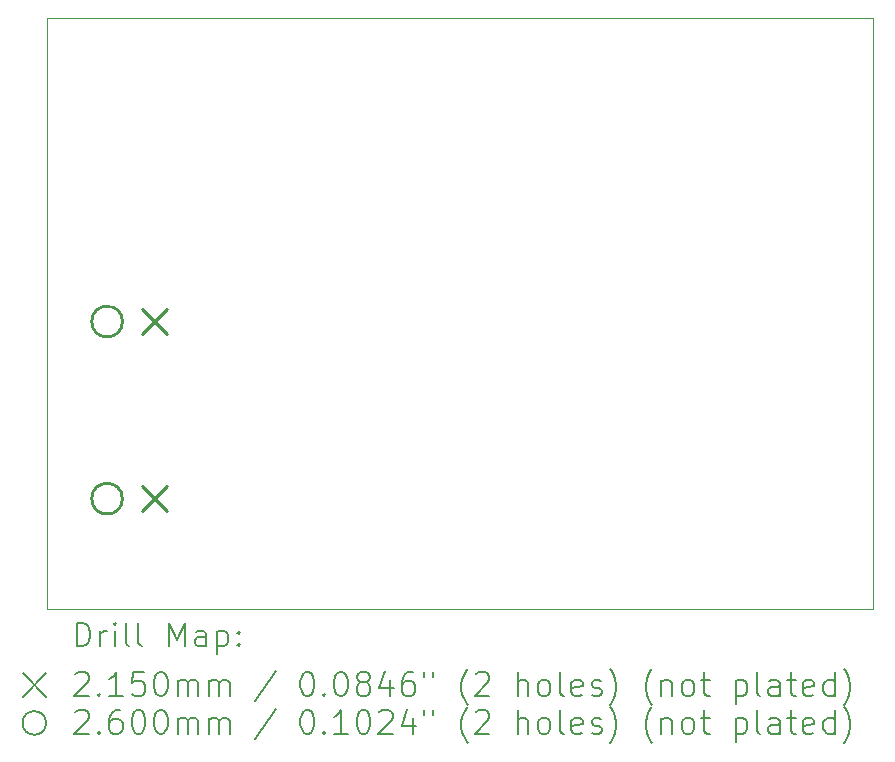
<source format=gbr>
%TF.GenerationSoftware,KiCad,Pcbnew,(6.0.8-1)-1*%
%TF.CreationDate,2022-11-24T03:29:23+08:00*%
%TF.ProjectId,CCTV3_POE_REV100,43435456-335f-4504-9f45-5f5245563130,100*%
%TF.SameCoordinates,Original*%
%TF.FileFunction,Drillmap*%
%TF.FilePolarity,Positive*%
%FSLAX45Y45*%
G04 Gerber Fmt 4.5, Leading zero omitted, Abs format (unit mm)*
G04 Created by KiCad (PCBNEW (6.0.8-1)-1) date 2022-11-24 03:29:23*
%MOMM*%
%LPD*%
G01*
G04 APERTURE LIST*
%ADD10C,0.100000*%
%ADD11C,0.200000*%
%ADD12C,0.215000*%
%ADD13C,0.260000*%
G04 APERTURE END LIST*
D10*
X2000000Y-2000000D02*
X9000000Y-2000000D01*
X9000000Y-2000000D02*
X9000000Y-7000000D01*
X9000000Y-7000000D02*
X2000000Y-7000000D01*
X2000000Y-7000000D02*
X2000000Y-2000000D01*
D11*
D12*
X2803525Y-4458750D02*
X3018525Y-4673750D01*
X3018525Y-4458750D02*
X2803525Y-4673750D01*
X2803525Y-5958750D02*
X3018525Y-6173750D01*
X3018525Y-5958750D02*
X2803525Y-6173750D01*
D13*
X2641025Y-4566250D02*
G75*
G03*
X2641025Y-4566250I-130000J0D01*
G01*
X2641025Y-6066250D02*
G75*
G03*
X2641025Y-6066250I-130000J0D01*
G01*
D11*
X2252619Y-7315476D02*
X2252619Y-7115476D01*
X2300238Y-7115476D01*
X2328810Y-7125000D01*
X2347857Y-7144048D01*
X2357381Y-7163095D01*
X2366905Y-7201190D01*
X2366905Y-7229762D01*
X2357381Y-7267857D01*
X2347857Y-7286905D01*
X2328810Y-7305952D01*
X2300238Y-7315476D01*
X2252619Y-7315476D01*
X2452619Y-7315476D02*
X2452619Y-7182143D01*
X2452619Y-7220238D02*
X2462143Y-7201190D01*
X2471667Y-7191667D01*
X2490714Y-7182143D01*
X2509762Y-7182143D01*
X2576429Y-7315476D02*
X2576429Y-7182143D01*
X2576429Y-7115476D02*
X2566905Y-7125000D01*
X2576429Y-7134524D01*
X2585952Y-7125000D01*
X2576429Y-7115476D01*
X2576429Y-7134524D01*
X2700238Y-7315476D02*
X2681190Y-7305952D01*
X2671667Y-7286905D01*
X2671667Y-7115476D01*
X2805000Y-7315476D02*
X2785952Y-7305952D01*
X2776429Y-7286905D01*
X2776429Y-7115476D01*
X3033571Y-7315476D02*
X3033571Y-7115476D01*
X3100238Y-7258333D01*
X3166905Y-7115476D01*
X3166905Y-7315476D01*
X3347857Y-7315476D02*
X3347857Y-7210714D01*
X3338333Y-7191667D01*
X3319286Y-7182143D01*
X3281190Y-7182143D01*
X3262143Y-7191667D01*
X3347857Y-7305952D02*
X3328809Y-7315476D01*
X3281190Y-7315476D01*
X3262143Y-7305952D01*
X3252619Y-7286905D01*
X3252619Y-7267857D01*
X3262143Y-7248809D01*
X3281190Y-7239286D01*
X3328809Y-7239286D01*
X3347857Y-7229762D01*
X3443095Y-7182143D02*
X3443095Y-7382143D01*
X3443095Y-7191667D02*
X3462143Y-7182143D01*
X3500238Y-7182143D01*
X3519286Y-7191667D01*
X3528809Y-7201190D01*
X3538333Y-7220238D01*
X3538333Y-7277381D01*
X3528809Y-7296428D01*
X3519286Y-7305952D01*
X3500238Y-7315476D01*
X3462143Y-7315476D01*
X3443095Y-7305952D01*
X3624048Y-7296428D02*
X3633571Y-7305952D01*
X3624048Y-7315476D01*
X3614524Y-7305952D01*
X3624048Y-7296428D01*
X3624048Y-7315476D01*
X3624048Y-7191667D02*
X3633571Y-7201190D01*
X3624048Y-7210714D01*
X3614524Y-7201190D01*
X3624048Y-7191667D01*
X3624048Y-7210714D01*
X1795000Y-7545000D02*
X1995000Y-7745000D01*
X1995000Y-7545000D02*
X1795000Y-7745000D01*
X2243095Y-7554524D02*
X2252619Y-7545000D01*
X2271667Y-7535476D01*
X2319286Y-7535476D01*
X2338333Y-7545000D01*
X2347857Y-7554524D01*
X2357381Y-7573571D01*
X2357381Y-7592619D01*
X2347857Y-7621190D01*
X2233571Y-7735476D01*
X2357381Y-7735476D01*
X2443095Y-7716428D02*
X2452619Y-7725952D01*
X2443095Y-7735476D01*
X2433571Y-7725952D01*
X2443095Y-7716428D01*
X2443095Y-7735476D01*
X2643095Y-7735476D02*
X2528810Y-7735476D01*
X2585952Y-7735476D02*
X2585952Y-7535476D01*
X2566905Y-7564048D01*
X2547857Y-7583095D01*
X2528810Y-7592619D01*
X2824048Y-7535476D02*
X2728810Y-7535476D01*
X2719286Y-7630714D01*
X2728810Y-7621190D01*
X2747857Y-7611667D01*
X2795476Y-7611667D01*
X2814524Y-7621190D01*
X2824048Y-7630714D01*
X2833571Y-7649762D01*
X2833571Y-7697381D01*
X2824048Y-7716428D01*
X2814524Y-7725952D01*
X2795476Y-7735476D01*
X2747857Y-7735476D01*
X2728810Y-7725952D01*
X2719286Y-7716428D01*
X2957381Y-7535476D02*
X2976428Y-7535476D01*
X2995476Y-7545000D01*
X3005000Y-7554524D01*
X3014524Y-7573571D01*
X3024048Y-7611667D01*
X3024048Y-7659286D01*
X3014524Y-7697381D01*
X3005000Y-7716428D01*
X2995476Y-7725952D01*
X2976428Y-7735476D01*
X2957381Y-7735476D01*
X2938333Y-7725952D01*
X2928809Y-7716428D01*
X2919286Y-7697381D01*
X2909762Y-7659286D01*
X2909762Y-7611667D01*
X2919286Y-7573571D01*
X2928809Y-7554524D01*
X2938333Y-7545000D01*
X2957381Y-7535476D01*
X3109762Y-7735476D02*
X3109762Y-7602143D01*
X3109762Y-7621190D02*
X3119286Y-7611667D01*
X3138333Y-7602143D01*
X3166905Y-7602143D01*
X3185952Y-7611667D01*
X3195476Y-7630714D01*
X3195476Y-7735476D01*
X3195476Y-7630714D02*
X3205000Y-7611667D01*
X3224048Y-7602143D01*
X3252619Y-7602143D01*
X3271667Y-7611667D01*
X3281190Y-7630714D01*
X3281190Y-7735476D01*
X3376428Y-7735476D02*
X3376428Y-7602143D01*
X3376428Y-7621190D02*
X3385952Y-7611667D01*
X3405000Y-7602143D01*
X3433571Y-7602143D01*
X3452619Y-7611667D01*
X3462143Y-7630714D01*
X3462143Y-7735476D01*
X3462143Y-7630714D02*
X3471667Y-7611667D01*
X3490714Y-7602143D01*
X3519286Y-7602143D01*
X3538333Y-7611667D01*
X3547857Y-7630714D01*
X3547857Y-7735476D01*
X3938333Y-7525952D02*
X3766905Y-7783095D01*
X4195476Y-7535476D02*
X4214524Y-7535476D01*
X4233571Y-7545000D01*
X4243095Y-7554524D01*
X4252619Y-7573571D01*
X4262143Y-7611667D01*
X4262143Y-7659286D01*
X4252619Y-7697381D01*
X4243095Y-7716428D01*
X4233571Y-7725952D01*
X4214524Y-7735476D01*
X4195476Y-7735476D01*
X4176428Y-7725952D01*
X4166905Y-7716428D01*
X4157381Y-7697381D01*
X4147857Y-7659286D01*
X4147857Y-7611667D01*
X4157381Y-7573571D01*
X4166905Y-7554524D01*
X4176428Y-7545000D01*
X4195476Y-7535476D01*
X4347857Y-7716428D02*
X4357381Y-7725952D01*
X4347857Y-7735476D01*
X4338333Y-7725952D01*
X4347857Y-7716428D01*
X4347857Y-7735476D01*
X4481190Y-7535476D02*
X4500238Y-7535476D01*
X4519286Y-7545000D01*
X4528810Y-7554524D01*
X4538333Y-7573571D01*
X4547857Y-7611667D01*
X4547857Y-7659286D01*
X4538333Y-7697381D01*
X4528810Y-7716428D01*
X4519286Y-7725952D01*
X4500238Y-7735476D01*
X4481190Y-7735476D01*
X4462143Y-7725952D01*
X4452619Y-7716428D01*
X4443095Y-7697381D01*
X4433571Y-7659286D01*
X4433571Y-7611667D01*
X4443095Y-7573571D01*
X4452619Y-7554524D01*
X4462143Y-7545000D01*
X4481190Y-7535476D01*
X4662143Y-7621190D02*
X4643095Y-7611667D01*
X4633571Y-7602143D01*
X4624048Y-7583095D01*
X4624048Y-7573571D01*
X4633571Y-7554524D01*
X4643095Y-7545000D01*
X4662143Y-7535476D01*
X4700238Y-7535476D01*
X4719286Y-7545000D01*
X4728810Y-7554524D01*
X4738333Y-7573571D01*
X4738333Y-7583095D01*
X4728810Y-7602143D01*
X4719286Y-7611667D01*
X4700238Y-7621190D01*
X4662143Y-7621190D01*
X4643095Y-7630714D01*
X4633571Y-7640238D01*
X4624048Y-7659286D01*
X4624048Y-7697381D01*
X4633571Y-7716428D01*
X4643095Y-7725952D01*
X4662143Y-7735476D01*
X4700238Y-7735476D01*
X4719286Y-7725952D01*
X4728810Y-7716428D01*
X4738333Y-7697381D01*
X4738333Y-7659286D01*
X4728810Y-7640238D01*
X4719286Y-7630714D01*
X4700238Y-7621190D01*
X4909762Y-7602143D02*
X4909762Y-7735476D01*
X4862143Y-7525952D02*
X4814524Y-7668809D01*
X4938333Y-7668809D01*
X5100238Y-7535476D02*
X5062143Y-7535476D01*
X5043095Y-7545000D01*
X5033571Y-7554524D01*
X5014524Y-7583095D01*
X5005000Y-7621190D01*
X5005000Y-7697381D01*
X5014524Y-7716428D01*
X5024048Y-7725952D01*
X5043095Y-7735476D01*
X5081190Y-7735476D01*
X5100238Y-7725952D01*
X5109762Y-7716428D01*
X5119286Y-7697381D01*
X5119286Y-7649762D01*
X5109762Y-7630714D01*
X5100238Y-7621190D01*
X5081190Y-7611667D01*
X5043095Y-7611667D01*
X5024048Y-7621190D01*
X5014524Y-7630714D01*
X5005000Y-7649762D01*
X5195476Y-7535476D02*
X5195476Y-7573571D01*
X5271667Y-7535476D02*
X5271667Y-7573571D01*
X5566905Y-7811667D02*
X5557381Y-7802143D01*
X5538333Y-7773571D01*
X5528810Y-7754524D01*
X5519286Y-7725952D01*
X5509762Y-7678333D01*
X5509762Y-7640238D01*
X5519286Y-7592619D01*
X5528810Y-7564048D01*
X5538333Y-7545000D01*
X5557381Y-7516428D01*
X5566905Y-7506905D01*
X5633571Y-7554524D02*
X5643095Y-7545000D01*
X5662143Y-7535476D01*
X5709762Y-7535476D01*
X5728809Y-7545000D01*
X5738333Y-7554524D01*
X5747857Y-7573571D01*
X5747857Y-7592619D01*
X5738333Y-7621190D01*
X5624048Y-7735476D01*
X5747857Y-7735476D01*
X5985952Y-7735476D02*
X5985952Y-7535476D01*
X6071667Y-7735476D02*
X6071667Y-7630714D01*
X6062143Y-7611667D01*
X6043095Y-7602143D01*
X6014524Y-7602143D01*
X5995476Y-7611667D01*
X5985952Y-7621190D01*
X6195476Y-7735476D02*
X6176428Y-7725952D01*
X6166905Y-7716428D01*
X6157381Y-7697381D01*
X6157381Y-7640238D01*
X6166905Y-7621190D01*
X6176428Y-7611667D01*
X6195476Y-7602143D01*
X6224048Y-7602143D01*
X6243095Y-7611667D01*
X6252619Y-7621190D01*
X6262143Y-7640238D01*
X6262143Y-7697381D01*
X6252619Y-7716428D01*
X6243095Y-7725952D01*
X6224048Y-7735476D01*
X6195476Y-7735476D01*
X6376428Y-7735476D02*
X6357381Y-7725952D01*
X6347857Y-7706905D01*
X6347857Y-7535476D01*
X6528809Y-7725952D02*
X6509762Y-7735476D01*
X6471667Y-7735476D01*
X6452619Y-7725952D01*
X6443095Y-7706905D01*
X6443095Y-7630714D01*
X6452619Y-7611667D01*
X6471667Y-7602143D01*
X6509762Y-7602143D01*
X6528809Y-7611667D01*
X6538333Y-7630714D01*
X6538333Y-7649762D01*
X6443095Y-7668809D01*
X6614524Y-7725952D02*
X6633571Y-7735476D01*
X6671667Y-7735476D01*
X6690714Y-7725952D01*
X6700238Y-7706905D01*
X6700238Y-7697381D01*
X6690714Y-7678333D01*
X6671667Y-7668809D01*
X6643095Y-7668809D01*
X6624048Y-7659286D01*
X6614524Y-7640238D01*
X6614524Y-7630714D01*
X6624048Y-7611667D01*
X6643095Y-7602143D01*
X6671667Y-7602143D01*
X6690714Y-7611667D01*
X6766905Y-7811667D02*
X6776428Y-7802143D01*
X6795476Y-7773571D01*
X6805000Y-7754524D01*
X6814524Y-7725952D01*
X6824048Y-7678333D01*
X6824048Y-7640238D01*
X6814524Y-7592619D01*
X6805000Y-7564048D01*
X6795476Y-7545000D01*
X6776428Y-7516428D01*
X6766905Y-7506905D01*
X7128809Y-7811667D02*
X7119286Y-7802143D01*
X7100238Y-7773571D01*
X7090714Y-7754524D01*
X7081190Y-7725952D01*
X7071667Y-7678333D01*
X7071667Y-7640238D01*
X7081190Y-7592619D01*
X7090714Y-7564048D01*
X7100238Y-7545000D01*
X7119286Y-7516428D01*
X7128809Y-7506905D01*
X7205000Y-7602143D02*
X7205000Y-7735476D01*
X7205000Y-7621190D02*
X7214524Y-7611667D01*
X7233571Y-7602143D01*
X7262143Y-7602143D01*
X7281190Y-7611667D01*
X7290714Y-7630714D01*
X7290714Y-7735476D01*
X7414524Y-7735476D02*
X7395476Y-7725952D01*
X7385952Y-7716428D01*
X7376428Y-7697381D01*
X7376428Y-7640238D01*
X7385952Y-7621190D01*
X7395476Y-7611667D01*
X7414524Y-7602143D01*
X7443095Y-7602143D01*
X7462143Y-7611667D01*
X7471667Y-7621190D01*
X7481190Y-7640238D01*
X7481190Y-7697381D01*
X7471667Y-7716428D01*
X7462143Y-7725952D01*
X7443095Y-7735476D01*
X7414524Y-7735476D01*
X7538333Y-7602143D02*
X7614524Y-7602143D01*
X7566905Y-7535476D02*
X7566905Y-7706905D01*
X7576428Y-7725952D01*
X7595476Y-7735476D01*
X7614524Y-7735476D01*
X7833571Y-7602143D02*
X7833571Y-7802143D01*
X7833571Y-7611667D02*
X7852619Y-7602143D01*
X7890714Y-7602143D01*
X7909762Y-7611667D01*
X7919286Y-7621190D01*
X7928809Y-7640238D01*
X7928809Y-7697381D01*
X7919286Y-7716428D01*
X7909762Y-7725952D01*
X7890714Y-7735476D01*
X7852619Y-7735476D01*
X7833571Y-7725952D01*
X8043095Y-7735476D02*
X8024048Y-7725952D01*
X8014524Y-7706905D01*
X8014524Y-7535476D01*
X8205000Y-7735476D02*
X8205000Y-7630714D01*
X8195476Y-7611667D01*
X8176428Y-7602143D01*
X8138333Y-7602143D01*
X8119286Y-7611667D01*
X8205000Y-7725952D02*
X8185952Y-7735476D01*
X8138333Y-7735476D01*
X8119286Y-7725952D01*
X8109762Y-7706905D01*
X8109762Y-7687857D01*
X8119286Y-7668809D01*
X8138333Y-7659286D01*
X8185952Y-7659286D01*
X8205000Y-7649762D01*
X8271667Y-7602143D02*
X8347857Y-7602143D01*
X8300238Y-7535476D02*
X8300238Y-7706905D01*
X8309762Y-7725952D01*
X8328809Y-7735476D01*
X8347857Y-7735476D01*
X8490714Y-7725952D02*
X8471667Y-7735476D01*
X8433571Y-7735476D01*
X8414524Y-7725952D01*
X8405000Y-7706905D01*
X8405000Y-7630714D01*
X8414524Y-7611667D01*
X8433571Y-7602143D01*
X8471667Y-7602143D01*
X8490714Y-7611667D01*
X8500238Y-7630714D01*
X8500238Y-7649762D01*
X8405000Y-7668809D01*
X8671667Y-7735476D02*
X8671667Y-7535476D01*
X8671667Y-7725952D02*
X8652619Y-7735476D01*
X8614524Y-7735476D01*
X8595476Y-7725952D01*
X8585952Y-7716428D01*
X8576429Y-7697381D01*
X8576429Y-7640238D01*
X8585952Y-7621190D01*
X8595476Y-7611667D01*
X8614524Y-7602143D01*
X8652619Y-7602143D01*
X8671667Y-7611667D01*
X8747857Y-7811667D02*
X8757381Y-7802143D01*
X8776429Y-7773571D01*
X8785952Y-7754524D01*
X8795476Y-7725952D01*
X8805000Y-7678333D01*
X8805000Y-7640238D01*
X8795476Y-7592619D01*
X8785952Y-7564048D01*
X8776429Y-7545000D01*
X8757381Y-7516428D01*
X8747857Y-7506905D01*
X1995000Y-7965000D02*
G75*
G03*
X1995000Y-7965000I-100000J0D01*
G01*
X2243095Y-7874524D02*
X2252619Y-7865000D01*
X2271667Y-7855476D01*
X2319286Y-7855476D01*
X2338333Y-7865000D01*
X2347857Y-7874524D01*
X2357381Y-7893571D01*
X2357381Y-7912619D01*
X2347857Y-7941190D01*
X2233571Y-8055476D01*
X2357381Y-8055476D01*
X2443095Y-8036428D02*
X2452619Y-8045952D01*
X2443095Y-8055476D01*
X2433571Y-8045952D01*
X2443095Y-8036428D01*
X2443095Y-8055476D01*
X2624048Y-7855476D02*
X2585952Y-7855476D01*
X2566905Y-7865000D01*
X2557381Y-7874524D01*
X2538333Y-7903095D01*
X2528810Y-7941190D01*
X2528810Y-8017381D01*
X2538333Y-8036428D01*
X2547857Y-8045952D01*
X2566905Y-8055476D01*
X2605000Y-8055476D01*
X2624048Y-8045952D01*
X2633571Y-8036428D01*
X2643095Y-8017381D01*
X2643095Y-7969762D01*
X2633571Y-7950714D01*
X2624048Y-7941190D01*
X2605000Y-7931667D01*
X2566905Y-7931667D01*
X2547857Y-7941190D01*
X2538333Y-7950714D01*
X2528810Y-7969762D01*
X2766905Y-7855476D02*
X2785952Y-7855476D01*
X2805000Y-7865000D01*
X2814524Y-7874524D01*
X2824048Y-7893571D01*
X2833571Y-7931667D01*
X2833571Y-7979286D01*
X2824048Y-8017381D01*
X2814524Y-8036428D01*
X2805000Y-8045952D01*
X2785952Y-8055476D01*
X2766905Y-8055476D01*
X2747857Y-8045952D01*
X2738333Y-8036428D01*
X2728810Y-8017381D01*
X2719286Y-7979286D01*
X2719286Y-7931667D01*
X2728810Y-7893571D01*
X2738333Y-7874524D01*
X2747857Y-7865000D01*
X2766905Y-7855476D01*
X2957381Y-7855476D02*
X2976428Y-7855476D01*
X2995476Y-7865000D01*
X3005000Y-7874524D01*
X3014524Y-7893571D01*
X3024048Y-7931667D01*
X3024048Y-7979286D01*
X3014524Y-8017381D01*
X3005000Y-8036428D01*
X2995476Y-8045952D01*
X2976428Y-8055476D01*
X2957381Y-8055476D01*
X2938333Y-8045952D01*
X2928809Y-8036428D01*
X2919286Y-8017381D01*
X2909762Y-7979286D01*
X2909762Y-7931667D01*
X2919286Y-7893571D01*
X2928809Y-7874524D01*
X2938333Y-7865000D01*
X2957381Y-7855476D01*
X3109762Y-8055476D02*
X3109762Y-7922143D01*
X3109762Y-7941190D02*
X3119286Y-7931667D01*
X3138333Y-7922143D01*
X3166905Y-7922143D01*
X3185952Y-7931667D01*
X3195476Y-7950714D01*
X3195476Y-8055476D01*
X3195476Y-7950714D02*
X3205000Y-7931667D01*
X3224048Y-7922143D01*
X3252619Y-7922143D01*
X3271667Y-7931667D01*
X3281190Y-7950714D01*
X3281190Y-8055476D01*
X3376428Y-8055476D02*
X3376428Y-7922143D01*
X3376428Y-7941190D02*
X3385952Y-7931667D01*
X3405000Y-7922143D01*
X3433571Y-7922143D01*
X3452619Y-7931667D01*
X3462143Y-7950714D01*
X3462143Y-8055476D01*
X3462143Y-7950714D02*
X3471667Y-7931667D01*
X3490714Y-7922143D01*
X3519286Y-7922143D01*
X3538333Y-7931667D01*
X3547857Y-7950714D01*
X3547857Y-8055476D01*
X3938333Y-7845952D02*
X3766905Y-8103095D01*
X4195476Y-7855476D02*
X4214524Y-7855476D01*
X4233571Y-7865000D01*
X4243095Y-7874524D01*
X4252619Y-7893571D01*
X4262143Y-7931667D01*
X4262143Y-7979286D01*
X4252619Y-8017381D01*
X4243095Y-8036428D01*
X4233571Y-8045952D01*
X4214524Y-8055476D01*
X4195476Y-8055476D01*
X4176428Y-8045952D01*
X4166905Y-8036428D01*
X4157381Y-8017381D01*
X4147857Y-7979286D01*
X4147857Y-7931667D01*
X4157381Y-7893571D01*
X4166905Y-7874524D01*
X4176428Y-7865000D01*
X4195476Y-7855476D01*
X4347857Y-8036428D02*
X4357381Y-8045952D01*
X4347857Y-8055476D01*
X4338333Y-8045952D01*
X4347857Y-8036428D01*
X4347857Y-8055476D01*
X4547857Y-8055476D02*
X4433571Y-8055476D01*
X4490714Y-8055476D02*
X4490714Y-7855476D01*
X4471667Y-7884048D01*
X4452619Y-7903095D01*
X4433571Y-7912619D01*
X4671667Y-7855476D02*
X4690714Y-7855476D01*
X4709762Y-7865000D01*
X4719286Y-7874524D01*
X4728810Y-7893571D01*
X4738333Y-7931667D01*
X4738333Y-7979286D01*
X4728810Y-8017381D01*
X4719286Y-8036428D01*
X4709762Y-8045952D01*
X4690714Y-8055476D01*
X4671667Y-8055476D01*
X4652619Y-8045952D01*
X4643095Y-8036428D01*
X4633571Y-8017381D01*
X4624048Y-7979286D01*
X4624048Y-7931667D01*
X4633571Y-7893571D01*
X4643095Y-7874524D01*
X4652619Y-7865000D01*
X4671667Y-7855476D01*
X4814524Y-7874524D02*
X4824048Y-7865000D01*
X4843095Y-7855476D01*
X4890714Y-7855476D01*
X4909762Y-7865000D01*
X4919286Y-7874524D01*
X4928810Y-7893571D01*
X4928810Y-7912619D01*
X4919286Y-7941190D01*
X4805000Y-8055476D01*
X4928810Y-8055476D01*
X5100238Y-7922143D02*
X5100238Y-8055476D01*
X5052619Y-7845952D02*
X5005000Y-7988809D01*
X5128810Y-7988809D01*
X5195476Y-7855476D02*
X5195476Y-7893571D01*
X5271667Y-7855476D02*
X5271667Y-7893571D01*
X5566905Y-8131667D02*
X5557381Y-8122143D01*
X5538333Y-8093571D01*
X5528810Y-8074524D01*
X5519286Y-8045952D01*
X5509762Y-7998333D01*
X5509762Y-7960238D01*
X5519286Y-7912619D01*
X5528810Y-7884048D01*
X5538333Y-7865000D01*
X5557381Y-7836428D01*
X5566905Y-7826905D01*
X5633571Y-7874524D02*
X5643095Y-7865000D01*
X5662143Y-7855476D01*
X5709762Y-7855476D01*
X5728809Y-7865000D01*
X5738333Y-7874524D01*
X5747857Y-7893571D01*
X5747857Y-7912619D01*
X5738333Y-7941190D01*
X5624048Y-8055476D01*
X5747857Y-8055476D01*
X5985952Y-8055476D02*
X5985952Y-7855476D01*
X6071667Y-8055476D02*
X6071667Y-7950714D01*
X6062143Y-7931667D01*
X6043095Y-7922143D01*
X6014524Y-7922143D01*
X5995476Y-7931667D01*
X5985952Y-7941190D01*
X6195476Y-8055476D02*
X6176428Y-8045952D01*
X6166905Y-8036428D01*
X6157381Y-8017381D01*
X6157381Y-7960238D01*
X6166905Y-7941190D01*
X6176428Y-7931667D01*
X6195476Y-7922143D01*
X6224048Y-7922143D01*
X6243095Y-7931667D01*
X6252619Y-7941190D01*
X6262143Y-7960238D01*
X6262143Y-8017381D01*
X6252619Y-8036428D01*
X6243095Y-8045952D01*
X6224048Y-8055476D01*
X6195476Y-8055476D01*
X6376428Y-8055476D02*
X6357381Y-8045952D01*
X6347857Y-8026905D01*
X6347857Y-7855476D01*
X6528809Y-8045952D02*
X6509762Y-8055476D01*
X6471667Y-8055476D01*
X6452619Y-8045952D01*
X6443095Y-8026905D01*
X6443095Y-7950714D01*
X6452619Y-7931667D01*
X6471667Y-7922143D01*
X6509762Y-7922143D01*
X6528809Y-7931667D01*
X6538333Y-7950714D01*
X6538333Y-7969762D01*
X6443095Y-7988809D01*
X6614524Y-8045952D02*
X6633571Y-8055476D01*
X6671667Y-8055476D01*
X6690714Y-8045952D01*
X6700238Y-8026905D01*
X6700238Y-8017381D01*
X6690714Y-7998333D01*
X6671667Y-7988809D01*
X6643095Y-7988809D01*
X6624048Y-7979286D01*
X6614524Y-7960238D01*
X6614524Y-7950714D01*
X6624048Y-7931667D01*
X6643095Y-7922143D01*
X6671667Y-7922143D01*
X6690714Y-7931667D01*
X6766905Y-8131667D02*
X6776428Y-8122143D01*
X6795476Y-8093571D01*
X6805000Y-8074524D01*
X6814524Y-8045952D01*
X6824048Y-7998333D01*
X6824048Y-7960238D01*
X6814524Y-7912619D01*
X6805000Y-7884048D01*
X6795476Y-7865000D01*
X6776428Y-7836428D01*
X6766905Y-7826905D01*
X7128809Y-8131667D02*
X7119286Y-8122143D01*
X7100238Y-8093571D01*
X7090714Y-8074524D01*
X7081190Y-8045952D01*
X7071667Y-7998333D01*
X7071667Y-7960238D01*
X7081190Y-7912619D01*
X7090714Y-7884048D01*
X7100238Y-7865000D01*
X7119286Y-7836428D01*
X7128809Y-7826905D01*
X7205000Y-7922143D02*
X7205000Y-8055476D01*
X7205000Y-7941190D02*
X7214524Y-7931667D01*
X7233571Y-7922143D01*
X7262143Y-7922143D01*
X7281190Y-7931667D01*
X7290714Y-7950714D01*
X7290714Y-8055476D01*
X7414524Y-8055476D02*
X7395476Y-8045952D01*
X7385952Y-8036428D01*
X7376428Y-8017381D01*
X7376428Y-7960238D01*
X7385952Y-7941190D01*
X7395476Y-7931667D01*
X7414524Y-7922143D01*
X7443095Y-7922143D01*
X7462143Y-7931667D01*
X7471667Y-7941190D01*
X7481190Y-7960238D01*
X7481190Y-8017381D01*
X7471667Y-8036428D01*
X7462143Y-8045952D01*
X7443095Y-8055476D01*
X7414524Y-8055476D01*
X7538333Y-7922143D02*
X7614524Y-7922143D01*
X7566905Y-7855476D02*
X7566905Y-8026905D01*
X7576428Y-8045952D01*
X7595476Y-8055476D01*
X7614524Y-8055476D01*
X7833571Y-7922143D02*
X7833571Y-8122143D01*
X7833571Y-7931667D02*
X7852619Y-7922143D01*
X7890714Y-7922143D01*
X7909762Y-7931667D01*
X7919286Y-7941190D01*
X7928809Y-7960238D01*
X7928809Y-8017381D01*
X7919286Y-8036428D01*
X7909762Y-8045952D01*
X7890714Y-8055476D01*
X7852619Y-8055476D01*
X7833571Y-8045952D01*
X8043095Y-8055476D02*
X8024048Y-8045952D01*
X8014524Y-8026905D01*
X8014524Y-7855476D01*
X8205000Y-8055476D02*
X8205000Y-7950714D01*
X8195476Y-7931667D01*
X8176428Y-7922143D01*
X8138333Y-7922143D01*
X8119286Y-7931667D01*
X8205000Y-8045952D02*
X8185952Y-8055476D01*
X8138333Y-8055476D01*
X8119286Y-8045952D01*
X8109762Y-8026905D01*
X8109762Y-8007857D01*
X8119286Y-7988809D01*
X8138333Y-7979286D01*
X8185952Y-7979286D01*
X8205000Y-7969762D01*
X8271667Y-7922143D02*
X8347857Y-7922143D01*
X8300238Y-7855476D02*
X8300238Y-8026905D01*
X8309762Y-8045952D01*
X8328809Y-8055476D01*
X8347857Y-8055476D01*
X8490714Y-8045952D02*
X8471667Y-8055476D01*
X8433571Y-8055476D01*
X8414524Y-8045952D01*
X8405000Y-8026905D01*
X8405000Y-7950714D01*
X8414524Y-7931667D01*
X8433571Y-7922143D01*
X8471667Y-7922143D01*
X8490714Y-7931667D01*
X8500238Y-7950714D01*
X8500238Y-7969762D01*
X8405000Y-7988809D01*
X8671667Y-8055476D02*
X8671667Y-7855476D01*
X8671667Y-8045952D02*
X8652619Y-8055476D01*
X8614524Y-8055476D01*
X8595476Y-8045952D01*
X8585952Y-8036428D01*
X8576429Y-8017381D01*
X8576429Y-7960238D01*
X8585952Y-7941190D01*
X8595476Y-7931667D01*
X8614524Y-7922143D01*
X8652619Y-7922143D01*
X8671667Y-7931667D01*
X8747857Y-8131667D02*
X8757381Y-8122143D01*
X8776429Y-8093571D01*
X8785952Y-8074524D01*
X8795476Y-8045952D01*
X8805000Y-7998333D01*
X8805000Y-7960238D01*
X8795476Y-7912619D01*
X8785952Y-7884048D01*
X8776429Y-7865000D01*
X8757381Y-7836428D01*
X8747857Y-7826905D01*
M02*

</source>
